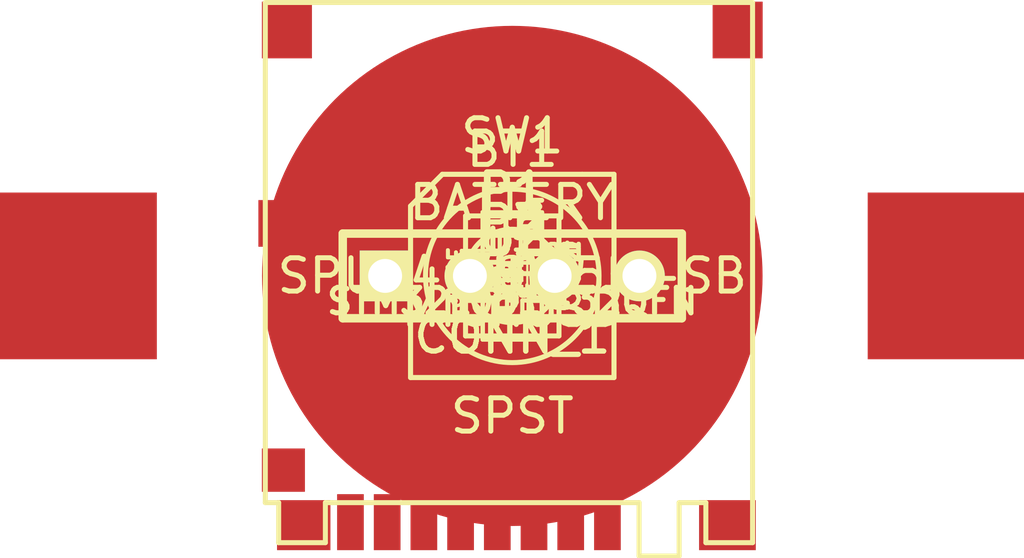
<source format=kicad_pcb>
(kicad_pcb (version 3) (host pcbnew "(2013-07-07 BZR 4022)-stable")

  (general
    (links 65)
    (no_connects 33)
    (area 0 0 0 0)
    (thickness 1.6)
    (drawings 0)
    (tracks 0)
    (zones 0)
    (modules 30)
    (nets 27)
  )

  (page A3)
  (layers
    (15 F.Cu signal)
    (0 B.Cu signal)
    (16 B.Adhes user)
    (17 F.Adhes user)
    (18 B.Paste user)
    (19 F.Paste user)
    (20 B.SilkS user)
    (21 F.SilkS user)
    (22 B.Mask user)
    (23 F.Mask user)
    (24 Dwgs.User user)
    (25 Cmts.User user)
    (26 Eco1.User user)
    (27 Eco2.User user)
    (28 Edge.Cuts user)
  )

  (setup
    (last_trace_width 0.254)
    (trace_clearance 0.254)
    (zone_clearance 0.508)
    (zone_45_only no)
    (trace_min 0.254)
    (segment_width 0.2)
    (edge_width 0.1)
    (via_size 0.889)
    (via_drill 0.635)
    (via_min_size 0.889)
    (via_min_drill 0.508)
    (uvia_size 0.508)
    (uvia_drill 0.127)
    (uvias_allowed no)
    (uvia_min_size 0.508)
    (uvia_min_drill 0.127)
    (pcb_text_width 0.3)
    (pcb_text_size 1.5 1.5)
    (mod_edge_width 0.15)
    (mod_text_size 1 1)
    (mod_text_width 0.15)
    (pad_size 0.28 0.5)
    (pad_drill 0)
    (pad_to_mask_clearance 0)
    (aux_axis_origin 0 0)
    (visible_elements 7FFFFFFF)
    (pcbplotparams
      (layerselection 3178497)
      (usegerberextensions true)
      (excludeedgelayer true)
      (linewidth 0.150000)
      (plotframeref false)
      (viasonmask false)
      (mode 1)
      (useauxorigin false)
      (hpglpennumber 1)
      (hpglpenspeed 20)
      (hpglpendiameter 15)
      (hpglpenoverlay 2)
      (psnegative false)
      (psa4output false)
      (plotreference true)
      (plotvalue true)
      (plotothertext true)
      (plotinvisibletext false)
      (padsonsilk false)
      (subtractmaskfromsilk false)
      (outputformat 1)
      (mirror false)
      (drillshape 1)
      (scaleselection 1)
      (outputdirectory ""))
  )

  (net 0 "")
  (net 1 /MIC_OUT)
  (net 2 /SPI1_MISO)
  (net 3 /SPI1_MOSI)
  (net 4 /SPI1_NSS)
  (net 5 /SPI1_SCK)
  (net 6 /SWCLK)
  (net 7 /SWDIO)
  (net 8 /VSEL1)
  (net 9 /VSEL2)
  (net 10 /VSEL3)
  (net 11 /VSEL4)
  (net 12 GND)
  (net 13 N-0000010)
  (net 14 N-0000012)
  (net 15 N-0000017)
  (net 16 N-0000018)
  (net 17 N-0000019)
  (net 18 N-0000020)
  (net 19 N-0000022)
  (net 20 N-000003)
  (net 21 N-000006)
  (net 22 N-000007)
  (net 23 N-000008)
  (net 24 N-000009)
  (net 25 VCC)
  (net 26 VDD)

  (net_class Default "This is the default net class."
    (clearance 0.254)
    (trace_width 0.254)
    (via_dia 0.889)
    (via_drill 0.635)
    (uvia_dia 0.508)
    (uvia_drill 0.127)
    (add_net "")
    (add_net /MIC_OUT)
    (add_net /SPI1_MISO)
    (add_net /SPI1_MOSI)
    (add_net /SPI1_NSS)
    (add_net /SPI1_SCK)
    (add_net /SWCLK)
    (add_net /SWDIO)
    (add_net /VSEL1)
    (add_net /VSEL2)
    (add_net /VSEL3)
    (add_net /VSEL4)
    (add_net GND)
    (add_net N-0000010)
    (add_net N-0000012)
    (add_net N-0000017)
    (add_net N-0000018)
    (add_net N-0000019)
    (add_net N-0000020)
    (add_net N-0000022)
    (add_net N-000003)
    (add_net N-000006)
    (add_net N-000007)
    (add_net N-000008)
    (add_net N-000009)
    (add_net VCC)
    (add_net VDD)
  )

  (module TP (layer F.Cu) (tedit 539CEF0C) (tstamp 539D1285)
    (at 0 0)
    (path /539CF44C)
    (fp_text reference P6 (at 0 -1.6) (layer F.SilkS)
      (effects (font (size 1 1) (thickness 0.15)))
    )
    (fp_text value CONN_1 (at 0 1.8) (layer F.SilkS)
      (effects (font (size 1 1) (thickness 0.15)))
    )
    (pad 1 connect circle (at 0 0) (size 1 1)
      (layers F.Cu F.Mask)
      (net 1 /MIC_OUT)
    )
  )

  (module TP (layer F.Cu) (tedit 539CEF0C) (tstamp 539D128A)
    (at 0 0)
    (path /539CF24B)
    (fp_text reference P5 (at 0 -1.6) (layer F.SilkS)
      (effects (font (size 1 1) (thickness 0.15)))
    )
    (fp_text value CONN_1 (at 0 1.8) (layer F.SilkS)
      (effects (font (size 1 1) (thickness 0.15)))
    )
    (pad 1 connect circle (at 0 0) (size 1 1)
      (layers F.Cu F.Mask)
      (net 15 N-0000017)
    )
  )

  (module TP (layer F.Cu) (tedit 539CEF0C) (tstamp 539D128F)
    (at 0 0)
    (path /539CF245)
    (fp_text reference P4 (at 0 -1.6) (layer F.SilkS)
      (effects (font (size 1 1) (thickness 0.15)))
    )
    (fp_text value CONN_1 (at 0 1.8) (layer F.SilkS)
      (effects (font (size 1 1) (thickness 0.15)))
    )
    (pad 1 connect circle (at 0 0) (size 1 1)
      (layers F.Cu F.Mask)
      (net 16 N-0000018)
    )
  )

  (module TP (layer F.Cu) (tedit 539CEF0C) (tstamp 539D1294)
    (at 0 0)
    (path /539CF23F)
    (fp_text reference P3 (at 0 -1.6) (layer F.SilkS)
      (effects (font (size 1 1) (thickness 0.15)))
    )
    (fp_text value CONN_1 (at 0 1.8) (layer F.SilkS)
      (effects (font (size 1 1) (thickness 0.15)))
    )
    (pad 1 connect circle (at 0 0) (size 1 1)
      (layers F.Cu F.Mask)
      (net 17 N-0000019)
    )
  )

  (module TP (layer F.Cu) (tedit 539CEF0C) (tstamp 539D1299)
    (at 0 0)
    (path /539CF232)
    (fp_text reference P2 (at 0 -1.6) (layer F.SilkS)
      (effects (font (size 1 1) (thickness 0.15)))
    )
    (fp_text value CONN_1 (at 0 1.8) (layer F.SilkS)
      (effects (font (size 1 1) (thickness 0.15)))
    )
    (pad 1 connect circle (at 0 0) (size 1 1)
      (layers F.Cu F.Mask)
      (net 18 N-0000020)
    )
  )

  (module SPU0414HR5H-SB (layer F.Cu) (tedit 539D07BF) (tstamp 539D12A5)
    (at 0 0)
    (path /539CB6C0)
    (fp_text reference MIC1 (at 0 0) (layer F.SilkS)
      (effects (font (size 1 1) (thickness 0.15)))
    )
    (fp_text value SPU0414HR5H-SB (at 0 0) (layer F.SilkS)
      (effects (font (size 1 1) (thickness 0.15)))
    )
    (fp_line (start -1.4 -1.8) (end 1.4 -1.8) (layer F.SilkS) (width 0.15))
    (fp_line (start 1.4 -1.8) (end 1.4 1.8) (layer F.SilkS) (width 0.15))
    (fp_line (start 1.4 1.8) (end -1.4 1.8) (layer F.SilkS) (width 0.15))
    (fp_line (start -1.4 1.8) (end -1.4 -1.8) (layer F.SilkS) (width 0.15))
    (pad 3 smd circle (at 0.85 1.23) (size 0.8 0.8)
      (layers F.Cu F.Paste F.Mask)
      (net 13 N-0000010)
    )
    (pad 4 smd circle (at 0.85 -1.23) (size 0.8 0.8)
      (layers F.Cu F.Paste F.Mask)
      (net 24 N-000009)
    )
    (pad 1 smd circle (at -0.85 -1.23) (size 0.8 0.8)
      (layers F.Cu F.Paste F.Mask)
      (net 26 VDD)
    )
    (pad 2 smd circle (at -0.85 1.23) (size 0.8 0.8)
      (layers F.Cu F.Paste F.Mask)
      (net 12 GND)
    )
  )

  (module SMTM2032 (layer F.Cu) (tedit 539D1221) (tstamp 539D12AC)
    (at 0 0)
    (path /539CB7D1)
    (fp_text reference BT1 (at 0 -3.8) (layer F.SilkS)
      (effects (font (size 1 1) (thickness 0.15)))
    )
    (fp_text value BATTERY (at 0 -2.2) (layer F.SilkS)
      (effects (font (size 1 1) (thickness 0.15)))
    )
    (pad 2 smd circle (at 0 0) (size 15 15)
      (layers F.Cu F.Paste F.Mask)
      (net 12 GND)
    )
    (pad 1 smd rect (at 13 0) (size 4.7 5)
      (layers F.Cu F.Paste F.Mask)
      (net 25 VCC)
    )
    (pad 1 smd rect (at -13 0) (size 4.7 5)
      (layers F.Cu F.Paste F.Mask)
      (net 25 VCC)
    )
  )

  (module SM0805 (layer F.Cu) (tedit 5091495C) (tstamp 539D12B9)
    (at 0 0)
    (path /539CC420)
    (attr smd)
    (fp_text reference L1 (at 0 -0.3175) (layer F.SilkS)
      (effects (font (size 0.50038 0.50038) (thickness 0.10922)))
    )
    (fp_text value 2.2uH (at 0 0.381) (layer F.SilkS)
      (effects (font (size 0.50038 0.50038) (thickness 0.10922)))
    )
    (fp_circle (center -1.651 0.762) (end -1.651 0.635) (layer F.SilkS) (width 0.09906))
    (fp_line (start -0.508 0.762) (end -1.524 0.762) (layer F.SilkS) (width 0.09906))
    (fp_line (start -1.524 0.762) (end -1.524 -0.762) (layer F.SilkS) (width 0.09906))
    (fp_line (start -1.524 -0.762) (end -0.508 -0.762) (layer F.SilkS) (width 0.09906))
    (fp_line (start 0.508 -0.762) (end 1.524 -0.762) (layer F.SilkS) (width 0.09906))
    (fp_line (start 1.524 -0.762) (end 1.524 0.762) (layer F.SilkS) (width 0.09906))
    (fp_line (start 1.524 0.762) (end 0.508 0.762) (layer F.SilkS) (width 0.09906))
    (pad 1 smd rect (at -0.9525 0) (size 0.889 1.397)
      (layers F.Cu F.Paste F.Mask)
      (net 26 VDD)
    )
    (pad 2 smd rect (at 0.9525 0) (size 0.889 1.397)
      (layers F.Cu F.Paste F.Mask)
      (net 20 N-000003)
    )
    (model smd/chip_cms.wrl
      (at (xyz 0 0 0))
      (scale (xyz 0.1 0.1 0.1))
      (rotate (xyz 0 0 0))
    )
  )

  (module SM0603_Capa (layer F.Cu) (tedit 5051B1EC) (tstamp 539D12C5)
    (at 0 0)
    (path /539CE396)
    (attr smd)
    (fp_text reference C8 (at 0 0 90) (layer F.SilkS)
      (effects (font (size 0.508 0.4572) (thickness 0.1143)))
    )
    (fp_text value 50uF (at -1.651 0 90) (layer F.SilkS)
      (effects (font (size 0.508 0.4572) (thickness 0.1143)))
    )
    (fp_line (start 0.50038 0.65024) (end 1.19888 0.65024) (layer F.SilkS) (width 0.11938))
    (fp_line (start -0.50038 0.65024) (end -1.19888 0.65024) (layer F.SilkS) (width 0.11938))
    (fp_line (start 0.50038 -0.65024) (end 1.19888 -0.65024) (layer F.SilkS) (width 0.11938))
    (fp_line (start -1.19888 -0.65024) (end -0.50038 -0.65024) (layer F.SilkS) (width 0.11938))
    (fp_line (start 1.19888 -0.635) (end 1.19888 0.635) (layer F.SilkS) (width 0.11938))
    (fp_line (start -1.19888 0.635) (end -1.19888 -0.635) (layer F.SilkS) (width 0.11938))
    (pad 1 smd rect (at -0.762 0) (size 0.635 1.143)
      (layers F.Cu F.Paste F.Mask)
      (net 14 N-0000012)
    )
    (pad 2 smd rect (at 0.762 0) (size 0.635 1.143)
      (layers F.Cu F.Paste F.Mask)
      (net 12 GND)
    )
    (model smd\capacitors\C0603.wrl
      (at (xyz 0 0 0.001))
      (scale (xyz 0.5 0.5 0.5))
      (rotate (xyz 0 0 0))
    )
  )

  (module SM0603_Capa (layer F.Cu) (tedit 5051B1EC) (tstamp 539D12D1)
    (at 0 0)
    (path /539CC529)
    (attr smd)
    (fp_text reference C10 (at 0 0 90) (layer F.SilkS)
      (effects (font (size 0.508 0.4572) (thickness 0.1143)))
    )
    (fp_text value 10uF (at -1.651 0 90) (layer F.SilkS)
      (effects (font (size 0.508 0.4572) (thickness 0.1143)))
    )
    (fp_line (start 0.50038 0.65024) (end 1.19888 0.65024) (layer F.SilkS) (width 0.11938))
    (fp_line (start -0.50038 0.65024) (end -1.19888 0.65024) (layer F.SilkS) (width 0.11938))
    (fp_line (start 0.50038 -0.65024) (end 1.19888 -0.65024) (layer F.SilkS) (width 0.11938))
    (fp_line (start -1.19888 -0.65024) (end -0.50038 -0.65024) (layer F.SilkS) (width 0.11938))
    (fp_line (start 1.19888 -0.635) (end 1.19888 0.635) (layer F.SilkS) (width 0.11938))
    (fp_line (start -1.19888 0.635) (end -1.19888 -0.635) (layer F.SilkS) (width 0.11938))
    (pad 1 smd rect (at -0.762 0) (size 0.635 1.143)
      (layers F.Cu F.Paste F.Mask)
      (net 26 VDD)
    )
    (pad 2 smd rect (at 0.762 0) (size 0.635 1.143)
      (layers F.Cu F.Paste F.Mask)
      (net 12 GND)
    )
    (model smd\capacitors\C0603.wrl
      (at (xyz 0 0 0.001))
      (scale (xyz 0.5 0.5 0.5))
      (rotate (xyz 0 0 0))
    )
  )

  (module SM0603_Capa (layer F.Cu) (tedit 5051B1EC) (tstamp 539D12DD)
    (at 0 0)
    (path /539CC517)
    (attr smd)
    (fp_text reference C9 (at 0 0 90) (layer F.SilkS)
      (effects (font (size 0.508 0.4572) (thickness 0.1143)))
    )
    (fp_text value 10uF (at -1.651 0 90) (layer F.SilkS)
      (effects (font (size 0.508 0.4572) (thickness 0.1143)))
    )
    (fp_line (start 0.50038 0.65024) (end 1.19888 0.65024) (layer F.SilkS) (width 0.11938))
    (fp_line (start -0.50038 0.65024) (end -1.19888 0.65024) (layer F.SilkS) (width 0.11938))
    (fp_line (start 0.50038 -0.65024) (end 1.19888 -0.65024) (layer F.SilkS) (width 0.11938))
    (fp_line (start -1.19888 -0.65024) (end -0.50038 -0.65024) (layer F.SilkS) (width 0.11938))
    (fp_line (start 1.19888 -0.635) (end 1.19888 0.635) (layer F.SilkS) (width 0.11938))
    (fp_line (start -1.19888 0.635) (end -1.19888 -0.635) (layer F.SilkS) (width 0.11938))
    (pad 1 smd rect (at -0.762 0) (size 0.635 1.143)
      (layers F.Cu F.Paste F.Mask)
      (net 25 VCC)
    )
    (pad 2 smd rect (at 0.762 0) (size 0.635 1.143)
      (layers F.Cu F.Paste F.Mask)
      (net 12 GND)
    )
    (model smd\capacitors\C0603.wrl
      (at (xyz 0 0 0.001))
      (scale (xyz 0.5 0.5 0.5))
      (rotate (xyz 0 0 0))
    )
  )

  (module SM0402_r (layer F.Cu) (tedit 5141C458) (tstamp 539D12E9)
    (at 0 0)
    (path /539CE5E0)
    (attr smd)
    (fp_text reference R2 (at 0 0) (layer F.SilkS)
      (effects (font (size 0.35052 0.3048) (thickness 0.07112)))
    )
    (fp_text value R (at 0.09906 0) (layer F.SilkS) hide
      (effects (font (size 0.35052 0.3048) (thickness 0.07112)))
    )
    (fp_line (start -0.254 -0.381) (end -0.762 -0.381) (layer F.SilkS) (width 0.07112))
    (fp_line (start -0.762 -0.381) (end -0.762 0.381) (layer F.SilkS) (width 0.07112))
    (fp_line (start -0.762 0.381) (end -0.254 0.381) (layer F.SilkS) (width 0.07112))
    (fp_line (start 0.254 -0.381) (end 0.762 -0.381) (layer F.SilkS) (width 0.07112))
    (fp_line (start 0.762 -0.381) (end 0.762 0.381) (layer F.SilkS) (width 0.07112))
    (fp_line (start 0.762 0.381) (end 0.254 0.381) (layer F.SilkS) (width 0.07112))
    (pad 1 smd rect (at -0.44958 0) (size 0.39878 0.59944)
      (layers F.Cu F.Paste F.Mask)
      (net 23 N-000008)
    )
    (pad 2 smd rect (at 0.44958 0) (size 0.39878 0.59944)
      (layers F.Cu F.Paste F.Mask)
      (net 22 N-000007)
    )
    (model smd/resistors/R0402.wrl
      (at (xyz 0 0 0))
      (scale (xyz 0.27 0.27 0.27))
      (rotate (xyz 0 0 0))
    )
  )

  (module SM0402_r (layer F.Cu) (tedit 5141C458) (tstamp 539D12F5)
    (at 0 0)
    (path /539CE387)
    (attr smd)
    (fp_text reference R1 (at 0 0) (layer F.SilkS)
      (effects (font (size 0.35052 0.3048) (thickness 0.07112)))
    )
    (fp_text value R (at 0.09906 0) (layer F.SilkS) hide
      (effects (font (size 0.35052 0.3048) (thickness 0.07112)))
    )
    (fp_line (start -0.254 -0.381) (end -0.762 -0.381) (layer F.SilkS) (width 0.07112))
    (fp_line (start -0.762 -0.381) (end -0.762 0.381) (layer F.SilkS) (width 0.07112))
    (fp_line (start -0.762 0.381) (end -0.254 0.381) (layer F.SilkS) (width 0.07112))
    (fp_line (start 0.254 -0.381) (end 0.762 -0.381) (layer F.SilkS) (width 0.07112))
    (fp_line (start 0.762 -0.381) (end 0.762 0.381) (layer F.SilkS) (width 0.07112))
    (fp_line (start 0.762 0.381) (end 0.254 0.381) (layer F.SilkS) (width 0.07112))
    (pad 1 smd rect (at -0.44958 0) (size 0.39878 0.59944)
      (layers F.Cu F.Paste F.Mask)
      (net 13 N-0000010)
    )
    (pad 2 smd rect (at 0.44958 0) (size 0.39878 0.59944)
      (layers F.Cu F.Paste F.Mask)
      (net 14 N-0000012)
    )
    (model smd/resistors/R0402.wrl
      (at (xyz 0 0 0))
      (scale (xyz 0.27 0.27 0.27))
      (rotate (xyz 0 0 0))
    )
  )

  (module SM0402_r (layer F.Cu) (tedit 5141C458) (tstamp 539D1301)
    (at 0 0)
    (path /539CC24A)
    (attr smd)
    (fp_text reference R3 (at 0 0) (layer F.SilkS)
      (effects (font (size 0.35052 0.3048) (thickness 0.07112)))
    )
    (fp_text value 1000K (at 0.09906 0) (layer F.SilkS) hide
      (effects (font (size 0.35052 0.3048) (thickness 0.07112)))
    )
    (fp_line (start -0.254 -0.381) (end -0.762 -0.381) (layer F.SilkS) (width 0.07112))
    (fp_line (start -0.762 -0.381) (end -0.762 0.381) (layer F.SilkS) (width 0.07112))
    (fp_line (start -0.762 0.381) (end -0.254 0.381) (layer F.SilkS) (width 0.07112))
    (fp_line (start 0.254 -0.381) (end 0.762 -0.381) (layer F.SilkS) (width 0.07112))
    (fp_line (start 0.762 -0.381) (end 0.762 0.381) (layer F.SilkS) (width 0.07112))
    (fp_line (start 0.762 0.381) (end 0.254 0.381) (layer F.SilkS) (width 0.07112))
    (pad 1 smd rect (at -0.44958 0) (size 0.39878 0.59944)
      (layers F.Cu F.Paste F.Mask)
      (net 26 VDD)
    )
    (pad 2 smd rect (at 0.44958 0) (size 0.39878 0.59944)
      (layers F.Cu F.Paste F.Mask)
      (net 21 N-000006)
    )
    (model smd/resistors/R0402.wrl
      (at (xyz 0 0 0))
      (scale (xyz 0.27 0.27 0.27))
      (rotate (xyz 0 0 0))
    )
  )

  (module SM0402_c (layer F.Cu) (tedit 516FD0AE) (tstamp 539D130D)
    (at 0 0)
    (path /539CE4EB)
    (attr smd)
    (fp_text reference C2 (at 0 0) (layer F.SilkS)
      (effects (font (size 0.35052 0.3048) (thickness 0.07112)))
    )
    (fp_text value C (at 0.09906 0) (layer F.SilkS) hide
      (effects (font (size 0.35052 0.3048) (thickness 0.07112)))
    )
    (fp_line (start -0.254 -0.381) (end -0.762 -0.381) (layer F.SilkS) (width 0.07112))
    (fp_line (start -0.762 -0.381) (end -0.762 0.381) (layer F.SilkS) (width 0.07112))
    (fp_line (start -0.762 0.381) (end -0.254 0.381) (layer F.SilkS) (width 0.07112))
    (fp_line (start 0.254 -0.381) (end 0.762 -0.381) (layer F.SilkS) (width 0.07112))
    (fp_line (start 0.762 -0.381) (end 0.762 0.381) (layer F.SilkS) (width 0.07112))
    (fp_line (start 0.762 0.381) (end 0.254 0.381) (layer F.SilkS) (width 0.07112))
    (pad 1 smd rect (at -0.44958 0) (size 0.39878 0.59944)
      (layers F.Cu F.Paste F.Mask)
      (net 24 N-000009)
    )
    (pad 2 smd rect (at 0.44958 0) (size 0.39878 0.59944)
      (layers F.Cu F.Paste F.Mask)
      (net 1 /MIC_OUT)
    )
    (model smd/capacitors/C0402.wrl
      (at (xyz 0 0 0))
      (scale (xyz 0.27 0.27 0.27))
      (rotate (xyz 0 0 0))
    )
  )

  (module SM0402_c (layer F.Cu) (tedit 516FD0AE) (tstamp 539D1319)
    (at 0 0)
    (path /539CEB5A)
    (attr smd)
    (fp_text reference C4 (at 0 0) (layer F.SilkS)
      (effects (font (size 0.35052 0.3048) (thickness 0.07112)))
    )
    (fp_text value C (at 0.09906 0) (layer F.SilkS) hide
      (effects (font (size 0.35052 0.3048) (thickness 0.07112)))
    )
    (fp_line (start -0.254 -0.381) (end -0.762 -0.381) (layer F.SilkS) (width 0.07112))
    (fp_line (start -0.762 -0.381) (end -0.762 0.381) (layer F.SilkS) (width 0.07112))
    (fp_line (start -0.762 0.381) (end -0.254 0.381) (layer F.SilkS) (width 0.07112))
    (fp_line (start 0.254 -0.381) (end 0.762 -0.381) (layer F.SilkS) (width 0.07112))
    (fp_line (start 0.762 -0.381) (end 0.762 0.381) (layer F.SilkS) (width 0.07112))
    (fp_line (start 0.762 0.381) (end 0.254 0.381) (layer F.SilkS) (width 0.07112))
    (pad 1 smd rect (at -0.44958 0) (size 0.39878 0.59944)
      (layers F.Cu F.Paste F.Mask)
      (net 26 VDD)
    )
    (pad 2 smd rect (at 0.44958 0) (size 0.39878 0.59944)
      (layers F.Cu F.Paste F.Mask)
      (net 12 GND)
    )
    (model smd/capacitors/C0402.wrl
      (at (xyz 0 0 0))
      (scale (xyz 0.27 0.27 0.27))
      (rotate (xyz 0 0 0))
    )
  )

  (module SM0402_c (layer F.Cu) (tedit 516FD0AE) (tstamp 539D1325)
    (at 0 0)
    (path /539CEB4D)
    (attr smd)
    (fp_text reference C3 (at 0 0) (layer F.SilkS)
      (effects (font (size 0.35052 0.3048) (thickness 0.07112)))
    )
    (fp_text value C (at 0.09906 0) (layer F.SilkS) hide
      (effects (font (size 0.35052 0.3048) (thickness 0.07112)))
    )
    (fp_line (start -0.254 -0.381) (end -0.762 -0.381) (layer F.SilkS) (width 0.07112))
    (fp_line (start -0.762 -0.381) (end -0.762 0.381) (layer F.SilkS) (width 0.07112))
    (fp_line (start -0.762 0.381) (end -0.254 0.381) (layer F.SilkS) (width 0.07112))
    (fp_line (start 0.254 -0.381) (end 0.762 -0.381) (layer F.SilkS) (width 0.07112))
    (fp_line (start 0.762 -0.381) (end 0.762 0.381) (layer F.SilkS) (width 0.07112))
    (fp_line (start 0.762 0.381) (end 0.254 0.381) (layer F.SilkS) (width 0.07112))
    (pad 1 smd rect (at -0.44958 0) (size 0.39878 0.59944)
      (layers F.Cu F.Paste F.Mask)
      (net 26 VDD)
    )
    (pad 2 smd rect (at 0.44958 0) (size 0.39878 0.59944)
      (layers F.Cu F.Paste F.Mask)
      (net 12 GND)
    )
    (model smd/capacitors/C0402.wrl
      (at (xyz 0 0 0))
      (scale (xyz 0.27 0.27 0.27))
      (rotate (xyz 0 0 0))
    )
  )

  (module SM0402_c (layer F.Cu) (tedit 516FD0AE) (tstamp 539D1331)
    (at 0 0)
    (path /539CD3F5)
    (attr smd)
    (fp_text reference C1 (at 0 0) (layer F.SilkS)
      (effects (font (size 0.35052 0.3048) (thickness 0.07112)))
    )
    (fp_text value C (at 0.09906 0) (layer F.SilkS) hide
      (effects (font (size 0.35052 0.3048) (thickness 0.07112)))
    )
    (fp_line (start -0.254 -0.381) (end -0.762 -0.381) (layer F.SilkS) (width 0.07112))
    (fp_line (start -0.762 -0.381) (end -0.762 0.381) (layer F.SilkS) (width 0.07112))
    (fp_line (start -0.762 0.381) (end -0.254 0.381) (layer F.SilkS) (width 0.07112))
    (fp_line (start 0.254 -0.381) (end 0.762 -0.381) (layer F.SilkS) (width 0.07112))
    (fp_line (start 0.762 -0.381) (end 0.762 0.381) (layer F.SilkS) (width 0.07112))
    (fp_line (start 0.762 0.381) (end 0.254 0.381) (layer F.SilkS) (width 0.07112))
    (pad 1 smd rect (at -0.44958 0) (size 0.39878 0.59944)
      (layers F.Cu F.Paste F.Mask)
      (net 26 VDD)
    )
    (pad 2 smd rect (at 0.44958 0) (size 0.39878 0.59944)
      (layers F.Cu F.Paste F.Mask)
      (net 12 GND)
    )
    (model smd/capacitors/C0402.wrl
      (at (xyz 0 0 0))
      (scale (xyz 0.27 0.27 0.27))
      (rotate (xyz 0 0 0))
    )
  )

  (module SM0402_c (layer F.Cu) (tedit 516FD0AE) (tstamp 539D133D)
    (at 0 0)
    (path /539CEB60)
    (attr smd)
    (fp_text reference C5 (at 0 0) (layer F.SilkS)
      (effects (font (size 0.35052 0.3048) (thickness 0.07112)))
    )
    (fp_text value C (at 0.09906 0) (layer F.SilkS) hide
      (effects (font (size 0.35052 0.3048) (thickness 0.07112)))
    )
    (fp_line (start -0.254 -0.381) (end -0.762 -0.381) (layer F.SilkS) (width 0.07112))
    (fp_line (start -0.762 -0.381) (end -0.762 0.381) (layer F.SilkS) (width 0.07112))
    (fp_line (start -0.762 0.381) (end -0.254 0.381) (layer F.SilkS) (width 0.07112))
    (fp_line (start 0.254 -0.381) (end 0.762 -0.381) (layer F.SilkS) (width 0.07112))
    (fp_line (start 0.762 -0.381) (end 0.762 0.381) (layer F.SilkS) (width 0.07112))
    (fp_line (start 0.762 0.381) (end 0.254 0.381) (layer F.SilkS) (width 0.07112))
    (pad 1 smd rect (at -0.44958 0) (size 0.39878 0.59944)
      (layers F.Cu F.Paste F.Mask)
      (net 26 VDD)
    )
    (pad 2 smd rect (at 0.44958 0) (size 0.39878 0.59944)
      (layers F.Cu F.Paste F.Mask)
      (net 12 GND)
    )
    (model smd/capacitors/C0402.wrl
      (at (xyz 0 0 0))
      (scale (xyz 0.27 0.27 0.27))
      (rotate (xyz 0 0 0))
    )
  )

  (module SM0402_c (layer F.Cu) (tedit 516FD0AE) (tstamp 539D1349)
    (at 0 0)
    (path /539CEB66)
    (attr smd)
    (fp_text reference C6 (at 0 0) (layer F.SilkS)
      (effects (font (size 0.35052 0.3048) (thickness 0.07112)))
    )
    (fp_text value C (at 0.09906 0) (layer F.SilkS) hide
      (effects (font (size 0.35052 0.3048) (thickness 0.07112)))
    )
    (fp_line (start -0.254 -0.381) (end -0.762 -0.381) (layer F.SilkS) (width 0.07112))
    (fp_line (start -0.762 -0.381) (end -0.762 0.381) (layer F.SilkS) (width 0.07112))
    (fp_line (start -0.762 0.381) (end -0.254 0.381) (layer F.SilkS) (width 0.07112))
    (fp_line (start 0.254 -0.381) (end 0.762 -0.381) (layer F.SilkS) (width 0.07112))
    (fp_line (start 0.762 -0.381) (end 0.762 0.381) (layer F.SilkS) (width 0.07112))
    (fp_line (start 0.762 0.381) (end 0.254 0.381) (layer F.SilkS) (width 0.07112))
    (pad 1 smd rect (at -0.44958 0) (size 0.39878 0.59944)
      (layers F.Cu F.Paste F.Mask)
      (net 26 VDD)
    )
    (pad 2 smd rect (at 0.44958 0) (size 0.39878 0.59944)
      (layers F.Cu F.Paste F.Mask)
      (net 12 GND)
    )
    (model smd/capacitors/C0402.wrl
      (at (xyz 0 0 0))
      (scale (xyz 0.27 0.27 0.27))
      (rotate (xyz 0 0 0))
    )
  )

  (module SM0402_c (layer F.Cu) (tedit 516FD0AE) (tstamp 539D1355)
    (at 0 0)
    (path /539CEB6C)
    (attr smd)
    (fp_text reference C7 (at 0 0) (layer F.SilkS)
      (effects (font (size 0.35052 0.3048) (thickness 0.07112)))
    )
    (fp_text value C (at 0.09906 0) (layer F.SilkS) hide
      (effects (font (size 0.35052 0.3048) (thickness 0.07112)))
    )
    (fp_line (start -0.254 -0.381) (end -0.762 -0.381) (layer F.SilkS) (width 0.07112))
    (fp_line (start -0.762 -0.381) (end -0.762 0.381) (layer F.SilkS) (width 0.07112))
    (fp_line (start -0.762 0.381) (end -0.254 0.381) (layer F.SilkS) (width 0.07112))
    (fp_line (start 0.254 -0.381) (end 0.762 -0.381) (layer F.SilkS) (width 0.07112))
    (fp_line (start 0.762 -0.381) (end 0.762 0.381) (layer F.SilkS) (width 0.07112))
    (fp_line (start 0.762 0.381) (end 0.254 0.381) (layer F.SilkS) (width 0.07112))
    (pad 1 smd rect (at -0.44958 0) (size 0.39878 0.59944)
      (layers F.Cu F.Paste F.Mask)
      (net 26 VDD)
    )
    (pad 2 smd rect (at 0.44958 0) (size 0.39878 0.59944)
      (layers F.Cu F.Paste F.Mask)
      (net 12 GND)
    )
    (model smd/capacitors/C0402.wrl
      (at (xyz 0 0 0))
      (scale (xyz 0.27 0.27 0.27))
      (rotate (xyz 0 0 0))
    )
  )

  (module QFN32 (layer F.Cu) (tedit 465464FD) (tstamp 539D1380)
    (at 0 0)
    (descr "Support CMS Plcc 32 pins")
    (tags "CMS Plcc")
    (path /53988104)
    (attr smd)
    (fp_text reference U1 (at 0 -1.016) (layer F.SilkS)
      (effects (font (size 0.762 0.762) (thickness 0.1524)))
    )
    (fp_text value STM32L051-32QFN (at 0 0.762) (layer F.SilkS)
      (effects (font (size 0.762 0.762) (thickness 0.1524)))
    )
    (fp_line (start -2.0955 -3.048) (end 2.0955 -3.048) (layer F.SilkS) (width 0.1524))
    (fp_line (start 2.0955 -3.048) (end 3.048 -3.048) (layer F.SilkS) (width 0.1524))
    (fp_line (start 3.048 -3.048) (end 3.048 3.048) (layer F.SilkS) (width 0.1524))
    (fp_line (start 3.048 3.048) (end -3.048 3.048) (layer F.SilkS) (width 0.1524))
    (fp_line (start -3.048 3.048) (end -3.048 -2.0955) (layer F.SilkS) (width 0.1524))
    (fp_line (start -3.048 -2.0955) (end -2.0955 -3.048) (layer F.SilkS) (width 0.1524))
    (pad 31 smd rect (at -1.24968 -2.49936) (size 0.254 0.762)
      (layers F.Cu F.Paste F.Mask)
      (net 12 GND)
    )
    (pad 30 smd rect (at -0.7493 -2.49936) (size 0.254 0.762)
      (layers F.Cu F.Paste F.Mask)
    )
    (pad 29 smd rect (at -0.24892 -2.49936) (size 0.254 0.762)
      (layers F.Cu F.Paste F.Mask)
    )
    (pad 32 smd rect (at -1.75006 -2.49936) (size 0.254 0.762)
      (layers F.Cu F.Paste F.Mask)
    )
    (pad 1 smd rect (at -2.49936 -1.75006 90) (size 0.254 0.762)
      (layers F.Cu F.Paste F.Mask)
      (net 26 VDD)
    )
    (pad 2 smd rect (at -2.49936 -1.24968 90) (size 0.254 0.762)
      (layers F.Cu F.Paste F.Mask)
    )
    (pad 3 smd rect (at -2.49936 -0.7493 90) (size 0.254 0.762)
      (layers F.Cu F.Paste F.Mask)
    )
    (pad 4 smd rect (at -2.49936 -0.24892 90) (size 0.254 0.762)
      (layers F.Cu F.Paste F.Mask)
    )
    (pad 5 smd rect (at -2.49936 0.24892 90) (size 0.254 0.762)
      (layers F.Cu F.Paste F.Mask)
      (net 26 VDD)
    )
    (pad 6 smd rect (at -2.49936 0.7493 90) (size 0.254 0.762)
      (layers F.Cu F.Paste F.Mask)
      (net 1 /MIC_OUT)
    )
    (pad 7 smd rect (at -2.49936 1.24968 90) (size 0.254 0.762)
      (layers F.Cu F.Paste F.Mask)
      (net 19 N-0000022)
    )
    (pad 8 smd rect (at -2.49936 1.75006 90) (size 0.254 0.762)
      (layers F.Cu F.Paste F.Mask)
      (net 22 N-000007)
    )
    (pad 16 smd rect (at 1.75006 2.49936) (size 0.254 0.762)
      (layers F.Cu F.Paste F.Mask)
      (net 15 N-0000017)
    )
    (pad 9 smd rect (at -1.75006 2.49936) (size 0.254 0.762)
      (layers F.Cu F.Paste F.Mask)
    )
    (pad 10 smd rect (at -1.24968 2.49936) (size 0.254 0.762)
      (layers F.Cu F.Paste F.Mask)
      (net 4 /SPI1_NSS)
    )
    (pad 11 smd rect (at -0.7493 2.49936) (size 0.254 0.762)
      (layers F.Cu F.Paste F.Mask)
      (net 5 /SPI1_SCK)
    )
    (pad 12 smd rect (at -0.24892 2.49936) (size 0.254 0.762)
      (layers F.Cu F.Paste F.Mask)
      (net 2 /SPI1_MISO)
    )
    (pad 13 smd rect (at 0.24892 2.49936) (size 0.254 0.762)
      (layers F.Cu F.Paste F.Mask)
      (net 3 /SPI1_MOSI)
    )
    (pad 14 smd rect (at 0.7493 2.49936) (size 0.254 0.762)
      (layers F.Cu F.Paste F.Mask)
    )
    (pad 15 smd rect (at 1.24968 2.49936) (size 0.254 0.762)
      (layers F.Cu F.Paste F.Mask)
      (net 16 N-0000018)
    )
    (pad 17 smd rect (at 2.49936 1.75006 90) (size 0.254 0.762)
      (layers F.Cu F.Paste F.Mask)
      (net 26 VDD)
    )
    (pad 18 smd rect (at 2.49936 1.24968 90) (size 0.254 0.762)
      (layers F.Cu F.Paste F.Mask)
    )
    (pad 19 smd rect (at 2.49936 0.7493 90) (size 0.254 0.762)
      (layers F.Cu F.Paste F.Mask)
    )
    (pad 20 smd rect (at 2.49936 0.24892 90) (size 0.254 0.762)
      (layers F.Cu F.Paste F.Mask)
    )
    (pad 21 smd rect (at 2.49936 -0.24892 90) (size 0.254 0.762)
      (layers F.Cu F.Paste F.Mask)
      (net 17 N-0000019)
    )
    (pad 22 smd rect (at 2.49936 -0.7493 90) (size 0.254 0.762)
      (layers F.Cu F.Paste F.Mask)
      (net 18 N-0000020)
    )
    (pad 23 smd rect (at 2.49936 -1.24968 90) (size 0.254 0.762)
      (layers F.Cu F.Paste F.Mask)
      (net 7 /SWDIO)
    )
    (pad 24 smd rect (at 2.49936 -1.75006 90) (size 0.254 0.762)
      (layers F.Cu F.Paste F.Mask)
      (net 6 /SWCLK)
    )
    (pad 25 smd rect (at 1.75006 -2.49936) (size 0.254 0.762)
      (layers F.Cu F.Paste F.Mask)
    )
    (pad 26 smd rect (at 1.24968 -2.49936) (size 0.254 0.762)
      (layers F.Cu F.Paste F.Mask)
    )
    (pad 27 smd rect (at 0.7493 -2.49936) (size 0.254 0.762)
      (layers F.Cu F.Paste F.Mask)
    )
    (pad 28 smd rect (at 0.24892 -2.49936) (size 0.254 0.762)
      (layers F.Cu F.Paste F.Mask)
    )
    (pad 33 smd rect (at 0 0) (size 2.99974 2.99974)
      (layers F.Cu F.Paste F.Mask)
      (net 12 GND)
    )
  )

  (module PTS525SM10 (layer F.Cu) (tedit 539CF732) (tstamp 539D138A)
    (at 0 0)
    (path /539CF6FA)
    (fp_text reference SW1 (at 0 -4.2) (layer F.SilkS)
      (effects (font (size 1 1) (thickness 0.15)))
    )
    (fp_text value SPST (at 0 4.2) (layer F.SilkS)
      (effects (font (size 1 1) (thickness 0.15)))
    )
    (fp_circle (center 0 0) (end 1.4 0) (layer F.SilkS) (width 0.15))
    (fp_circle (center 0 0) (end 2.6 0) (layer F.SilkS) (width 0.15))
    (pad 2 smd rect (at 3.1 1.85) (size 1.8 1)
      (layers F.Cu F.Paste F.Mask)
      (net 19 N-0000022)
    )
    (pad 1 smd rect (at 3.1 -1.85) (size 1.8 1)
      (layers F.Cu F.Paste F.Mask)
      (net 26 VDD)
    )
    (pad 1 smd rect (at -3.1 -1.85) (size 1.8 1)
      (layers F.Cu F.Paste F.Mask)
      (net 26 VDD)
    )
    (pad 2 smd rect (at -3.1 1.85) (size 1.8 1)
      (layers F.Cu F.Paste F.Mask)
      (net 19 N-0000022)
    )
  )

  (module PIN_ARRAY_4x1 (layer F.Cu) (tedit 4C10F42E) (tstamp 539D1396)
    (at 0 0)
    (descr "Double rangee de contacts 2 x 5 pins")
    (tags CONN)
    (path /5398822B)
    (fp_text reference P1 (at 0 -2.54) (layer F.SilkS)
      (effects (font (size 1.016 1.016) (thickness 0.2032)))
    )
    (fp_text value CONN_4 (at 0 2.54) (layer F.SilkS) hide
      (effects (font (size 1.016 1.016) (thickness 0.2032)))
    )
    (fp_line (start 5.08 1.27) (end -5.08 1.27) (layer F.SilkS) (width 0.254))
    (fp_line (start 5.08 -1.27) (end -5.08 -1.27) (layer F.SilkS) (width 0.254))
    (fp_line (start -5.08 -1.27) (end -5.08 1.27) (layer F.SilkS) (width 0.254))
    (fp_line (start 5.08 1.27) (end 5.08 -1.27) (layer F.SilkS) (width 0.254))
    (pad 1 thru_hole rect (at -3.81 0) (size 1.524 1.524) (drill 1.016)
      (layers *.Cu *.Mask F.SilkS)
      (net 26 VDD)
    )
    (pad 2 thru_hole circle (at -1.27 0) (size 1.524 1.524) (drill 1.016)
      (layers *.Cu *.Mask F.SilkS)
      (net 6 /SWCLK)
    )
    (pad 3 thru_hole circle (at 1.27 0) (size 1.524 1.524) (drill 1.016)
      (layers *.Cu *.Mask F.SilkS)
      (net 12 GND)
    )
    (pad 4 thru_hole circle (at 3.81 0) (size 1.524 1.524) (drill 1.016)
      (layers *.Cu *.Mask F.SilkS)
      (net 7 /SWDIO)
    )
    (model pin_array\pins_array_4x1.wrl
      (at (xyz 0 0 0))
      (scale (xyz 1 1 1))
      (rotate (xyz 0 0 0))
    )
  )

  (module MicroSD (layer F.Cu) (tedit 539D0CFC) (tstamp 539D13B7)
    (at 0 0)
    (path /539CBD26)
    (fp_text reference U2 (at 0 -1.2) (layer F.SilkS)
      (effects (font (size 1 1) (thickness 0.15)))
    )
    (fp_text value MICROSD (at 0 1) (layer F.SilkS)
      (effects (font (size 1 1) (thickness 0.15)))
    )
    (fp_line (start 5 8.4) (end 5 6.8) (layer F.SilkS) (width 0.15))
    (fp_line (start 5 6.8) (end 5.8 6.8) (layer F.SilkS) (width 0.15))
    (fp_line (start 5.8 6.8) (end 5.8 8) (layer F.SilkS) (width 0.15))
    (fp_line (start 5.8 8) (end 7.2 8) (layer F.SilkS) (width 0.15))
    (fp_line (start 7.2 8) (end 7.2 -8.2) (layer F.SilkS) (width 0.15))
    (fp_line (start -7.4 -8.2) (end 7.2 -8.2) (layer F.SilkS) (width 0.15))
    (fp_line (start 5 8.4) (end 3.8 8.4) (layer F.SilkS) (width 0.15))
    (fp_line (start 3.8 8.4) (end 3.8 6.8) (layer F.SilkS) (width 0.15))
    (fp_line (start 3.8 6.8) (end -5.4 6.8) (layer F.SilkS) (width 0.15))
    (fp_line (start -5.4 6.8) (end -5.6 6.8) (layer F.SilkS) (width 0.15))
    (fp_line (start -5.6 6.8) (end -5.6 8) (layer F.SilkS) (width 0.15))
    (fp_line (start -5.6 8) (end -7 8) (layer F.SilkS) (width 0.15))
    (fp_line (start -7 8) (end -7 6.8) (layer F.SilkS) (width 0.15))
    (fp_line (start -7 6.8) (end -7.4 6.8) (layer F.SilkS) (width 0.15))
    (fp_line (start -7.4 6.8) (end -7.4 -8.2) (layer F.SilkS) (width 0.15))
    (pad 11 smd rect (at -6.753 -7.375) (size 1.5 1.7)
      (layers F.Cu F.Paste F.Mask)
      (net 12 GND)
    )
    (pad 11 smd rect (at 6.753 -7.375) (size 1.5 1.7)
      (layers F.Cu F.Paste F.Mask)
      (net 12 GND)
    )
    (pad 11 smd rect (at 6.447 7.475) (size 1.7 1.5)
      (layers F.Cu F.Paste F.Mask)
      (net 12 GND)
    )
    (pad 11 smd rect (at -6.249 7.475) (size 1.6 1.5)
      (layers F.Cu F.Paste F.Mask)
      (net 12 GND)
    )
    (pad 9 smd rect (at -6.858 5.825) (size 1.29 1.3)
      (layers F.Cu F.Paste F.Mask)
      (net 26 VDD)
    )
    (pad 10 smd rect (at -6.858 -1.575) (size 1.5 1.4)
      (layers F.Cu F.Paste F.Mask)
    )
    (pad 8 smd rect (at -4.849 7.385) (size 0.8 1.68)
      (layers F.Cu F.Paste F.Mask)
    )
    (pad 7 smd rect (at -3.749 7.385) (size 0.8 1.68)
      (layers F.Cu F.Paste F.Mask)
      (net 2 /SPI1_MISO)
    )
    (pad 6 smd rect (at -2.649 7.385) (size 0.8 1.68)
      (layers F.Cu F.Paste F.Mask)
      (net 12 GND)
    )
    (pad 5 smd rect (at -1.549 7.385) (size 0.8 1.68)
      (layers F.Cu F.Paste F.Mask)
      (net 5 /SPI1_SCK)
    )
    (pad 4 smd rect (at -0.449 7.385) (size 0.8 1.68)
      (layers F.Cu F.Paste F.Mask)
      (net 26 VDD)
    )
    (pad 3 smd rect (at 0.651 7.385) (size 0.8 1.68)
      (layers F.Cu F.Paste F.Mask)
      (net 3 /SPI1_MOSI)
    )
    (pad 2 smd rect (at 1.751 7.385) (size 0.8 1.68)
      (layers F.Cu F.Paste F.Mask)
      (net 4 /SPI1_NSS)
    )
    (pad 1 smd rect (at 2.851 7.385) (size 0.8 1.68)
      (layers F.Cu F.Paste F.Mask)
    )
  )

  (module LED-0603 (layer F.Cu) (tedit 4E16AFB4) (tstamp 539D13D3)
    (at 0 0)
    (descr "LED 0603 smd package")
    (tags "LED led 0603 SMD smd SMT smt smdled SMDLED smtled SMTLED")
    (path /539CBD58)
    (attr smd)
    (fp_text reference D1 (at 0 -1.016) (layer F.SilkS)
      (effects (font (size 0.508 0.508) (thickness 0.127)))
    )
    (fp_text value LED (at 0 1.016) (layer F.SilkS)
      (effects (font (size 0.508 0.508) (thickness 0.127)))
    )
    (fp_line (start 0.44958 -0.44958) (end 0.44958 0.44958) (layer F.SilkS) (width 0.06604))
    (fp_line (start 0.44958 0.44958) (end 0.84836 0.44958) (layer F.SilkS) (width 0.06604))
    (fp_line (start 0.84836 -0.44958) (end 0.84836 0.44958) (layer F.SilkS) (width 0.06604))
    (fp_line (start 0.44958 -0.44958) (end 0.84836 -0.44958) (layer F.SilkS) (width 0.06604))
    (fp_line (start -0.84836 -0.44958) (end -0.84836 0.44958) (layer F.SilkS) (width 0.06604))
    (fp_line (start -0.84836 0.44958) (end -0.44958 0.44958) (layer F.SilkS) (width 0.06604))
    (fp_line (start -0.44958 -0.44958) (end -0.44958 0.44958) (layer F.SilkS) (width 0.06604))
    (fp_line (start -0.84836 -0.44958) (end -0.44958 -0.44958) (layer F.SilkS) (width 0.06604))
    (fp_line (start 0 -0.44958) (end 0 -0.29972) (layer F.SilkS) (width 0.06604))
    (fp_line (start 0 -0.29972) (end 0.29972 -0.29972) (layer F.SilkS) (width 0.06604))
    (fp_line (start 0.29972 -0.44958) (end 0.29972 -0.29972) (layer F.SilkS) (width 0.06604))
    (fp_line (start 0 -0.44958) (end 0.29972 -0.44958) (layer F.SilkS) (width 0.06604))
    (fp_line (start 0 0.29972) (end 0 0.44958) (layer F.SilkS) (width 0.06604))
    (fp_line (start 0 0.44958) (end 0.29972 0.44958) (layer F.SilkS) (width 0.06604))
    (fp_line (start 0.29972 0.29972) (end 0.29972 0.44958) (layer F.SilkS) (width 0.06604))
    (fp_line (start 0 0.29972) (end 0.29972 0.29972) (layer F.SilkS) (width 0.06604))
    (fp_line (start 0 -0.14986) (end 0 0.14986) (layer F.SilkS) (width 0.06604))
    (fp_line (start 0 0.14986) (end 0.29972 0.14986) (layer F.SilkS) (width 0.06604))
    (fp_line (start 0.29972 -0.14986) (end 0.29972 0.14986) (layer F.SilkS) (width 0.06604))
    (fp_line (start 0 -0.14986) (end 0.29972 -0.14986) (layer F.SilkS) (width 0.06604))
    (fp_line (start 0.44958 -0.39878) (end -0.44958 -0.39878) (layer F.SilkS) (width 0.1016))
    (fp_line (start 0.44958 0.39878) (end -0.44958 0.39878) (layer F.SilkS) (width 0.1016))
    (pad 1 smd rect (at -0.7493 0) (size 0.79756 0.79756)
      (layers F.Cu F.Paste F.Mask)
      (net 23 N-000008)
    )
    (pad 2 smd rect (at 0.7493 0) (size 0.79756 0.79756)
      (layers F.Cu F.Paste F.Mask)
      (net 12 GND)
    )
  )

  (module GS3 (layer F.Cu) (tedit 4267950D) (tstamp 539D13DE)
    (at 0 0)
    (descr "Pontet Goute de soudure")
    (path /539CC025)
    (attr virtual)
    (fp_text reference GS4 (at 1.524 0 90) (layer F.SilkS)
      (effects (font (size 1.016 0.762) (thickness 0.127)))
    )
    (fp_text value GS3 (at 1.524 0 90) (layer F.SilkS) hide
      (effects (font (size 0.762 0.762) (thickness 0.127)))
    )
    (fp_line (start -0.889 -1.905) (end -0.889 1.905) (layer F.SilkS) (width 0.127))
    (fp_line (start -0.889 1.905) (end 0.889 1.905) (layer F.SilkS) (width 0.127))
    (fp_line (start 0.889 1.905) (end 0.889 -1.905) (layer F.SilkS) (width 0.127))
    (fp_line (start -0.889 -1.905) (end 0.889 -1.905) (layer F.SilkS) (width 0.127))
    (pad 1 smd rect (at 0 -1.27) (size 1.27 0.9652)
      (layers F.Cu F.Paste F.Mask)
      (net 12 GND)
    )
    (pad 2 smd rect (at 0 0) (size 1.27 0.9652)
      (layers F.Cu F.Paste F.Mask)
      (net 11 /VSEL4)
    )
    (pad 3 smd rect (at 0 1.27) (size 1.27 0.9652)
      (layers F.Cu F.Paste F.Mask)
      (net 25 VCC)
    )
  )

  (module GS3 (layer F.Cu) (tedit 4267950D) (tstamp 539D13E9)
    (at 0 0)
    (descr "Pontet Goute de soudure")
    (path /539CC00D)
    (attr virtual)
    (fp_text reference GS3 (at 1.524 0 90) (layer F.SilkS)
      (effects (font (size 1.016 0.762) (thickness 0.127)))
    )
    (fp_text value GS3 (at 1.524 0 90) (layer F.SilkS) hide
      (effects (font (size 0.762 0.762) (thickness 0.127)))
    )
    (fp_line (start -0.889 -1.905) (end -0.889 1.905) (layer F.SilkS) (width 0.127))
    (fp_line (start -0.889 1.905) (end 0.889 1.905) (layer F.SilkS) (width 0.127))
    (fp_line (start 0.889 1.905) (end 0.889 -1.905) (layer F.SilkS) (width 0.127))
    (fp_line (start -0.889 -1.905) (end 0.889 -1.905) (layer F.SilkS) (width 0.127))
    (pad 1 smd rect (at 0 -1.27) (size 1.27 0.9652)
      (layers F.Cu F.Paste F.Mask)
      (net 12 GND)
    )
    (pad 2 smd rect (at 0 0) (size 1.27 0.9652)
      (layers F.Cu F.Paste F.Mask)
      (net 10 /VSEL3)
    )
    (pad 3 smd rect (at 0 1.27) (size 1.27 0.9652)
      (layers F.Cu F.Paste F.Mask)
      (net 25 VCC)
    )
  )

  (module GS3 (layer F.Cu) (tedit 4267950D) (tstamp 539D13F4)
    (at 0 0)
    (descr "Pontet Goute de soudure")
    (path /539CBFF5)
    (attr virtual)
    (fp_text reference GS2 (at 1.524 0 90) (layer F.SilkS)
      (effects (font (size 1.016 0.762) (thickness 0.127)))
    )
    (fp_text value GS3 (at 1.524 0 90) (layer F.SilkS) hide
      (effects (font (size 0.762 0.762) (thickness 0.127)))
    )
    (fp_line (start -0.889 -1.905) (end -0.889 1.905) (layer F.SilkS) (width 0.127))
    (fp_line (start -0.889 1.905) (end 0.889 1.905) (layer F.SilkS) (width 0.127))
    (fp_line (start 0.889 1.905) (end 0.889 -1.905) (layer F.SilkS) (width 0.127))
    (fp_line (start -0.889 -1.905) (end 0.889 -1.905) (layer F.SilkS) (width 0.127))
    (pad 1 smd rect (at 0 -1.27) (size 1.27 0.9652)
      (layers F.Cu F.Paste F.Mask)
      (net 12 GND)
    )
    (pad 2 smd rect (at 0 0) (size 1.27 0.9652)
      (layers F.Cu F.Paste F.Mask)
      (net 9 /VSEL2)
    )
    (pad 3 smd rect (at 0 1.27) (size 1.27 0.9652)
      (layers F.Cu F.Paste F.Mask)
      (net 25 VCC)
    )
  )

  (module GS3 (layer F.Cu) (tedit 4267950D) (tstamp 539D13FF)
    (at 0 0)
    (descr "Pontet Goute de soudure")
    (path /539CBEA3)
    (attr virtual)
    (fp_text reference GS1 (at 1.524 0 90) (layer F.SilkS)
      (effects (font (size 1.016 0.762) (thickness 0.127)))
    )
    (fp_text value GS3 (at 1.524 0 90) (layer F.SilkS) hide
      (effects (font (size 0.762 0.762) (thickness 0.127)))
    )
    (fp_line (start -0.889 -1.905) (end -0.889 1.905) (layer F.SilkS) (width 0.127))
    (fp_line (start -0.889 1.905) (end 0.889 1.905) (layer F.SilkS) (width 0.127))
    (fp_line (start 0.889 1.905) (end 0.889 -1.905) (layer F.SilkS) (width 0.127))
    (fp_line (start -0.889 -1.905) (end 0.889 -1.905) (layer F.SilkS) (width 0.127))
    (pad 1 smd rect (at 0 -1.27) (size 1.27 0.9652)
      (layers F.Cu F.Paste F.Mask)
      (net 12 GND)
    )
    (pad 2 smd rect (at 0 0) (size 1.27 0.9652)
      (layers F.Cu F.Paste F.Mask)
      (net 8 /VSEL1)
    )
    (pad 3 smd rect (at 0 1.27) (size 1.27 0.9652)
      (layers F.Cu F.Paste F.Mask)
      (net 25 VCC)
    )
  )

)

</source>
